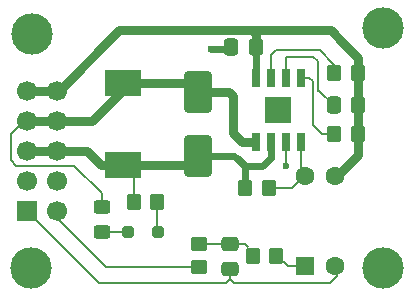
<source format=gbr>
%TF.GenerationSoftware,KiCad,Pcbnew,9.0.3*%
%TF.CreationDate,2025-07-11T14:37:00-05:00*%
%TF.ProjectId,drvplugin,64727670-6c75-4676-996e-2e6b69636164,rev?*%
%TF.SameCoordinates,Original*%
%TF.FileFunction,Copper,L1,Top*%
%TF.FilePolarity,Positive*%
%FSLAX46Y46*%
G04 Gerber Fmt 4.6, Leading zero omitted, Abs format (unit mm)*
G04 Created by KiCad (PCBNEW 9.0.3) date 2025-07-11 14:37:00*
%MOMM*%
%LPD*%
G01*
G04 APERTURE LIST*
G04 Aperture macros list*
%AMRoundRect*
0 Rectangle with rounded corners*
0 $1 Rounding radius*
0 $2 $3 $4 $5 $6 $7 $8 $9 X,Y pos of 4 corners*
0 Add a 4 corners polygon primitive as box body*
4,1,4,$2,$3,$4,$5,$6,$7,$8,$9,$2,$3,0*
0 Add four circle primitives for the rounded corners*
1,1,$1+$1,$2,$3*
1,1,$1+$1,$4,$5*
1,1,$1+$1,$6,$7*
1,1,$1+$1,$8,$9*
0 Add four rect primitives between the rounded corners*
20,1,$1+$1,$2,$3,$4,$5,0*
20,1,$1+$1,$4,$5,$6,$7,0*
20,1,$1+$1,$6,$7,$8,$9,0*
20,1,$1+$1,$8,$9,$2,$3,0*%
G04 Aperture macros list end*
%TA.AperFunction,Conductor*%
%ADD10C,0.200000*%
%TD*%
%TA.AperFunction,SMDPad,CuDef*%
%ADD11RoundRect,0.250000X-0.350000X-0.450000X0.350000X-0.450000X0.350000X0.450000X-0.350000X0.450000X0*%
%TD*%
%TA.AperFunction,ComponentPad*%
%ADD12C,2.600000*%
%TD*%
%TA.AperFunction,ConnectorPad*%
%ADD13C,3.500000*%
%TD*%
%TA.AperFunction,SMDPad,CuDef*%
%ADD14RoundRect,0.250000X-0.475000X0.337500X-0.475000X-0.337500X0.475000X-0.337500X0.475000X0.337500X0*%
%TD*%
%TA.AperFunction,SMDPad,CuDef*%
%ADD15R,0.650000X1.525000*%
%TD*%
%TA.AperFunction,SMDPad,CuDef*%
%ADD16R,2.280000X2.280000*%
%TD*%
%TA.AperFunction,SMDPad,CuDef*%
%ADD17RoundRect,0.250000X-0.450000X0.350000X-0.450000X-0.350000X0.450000X-0.350000X0.450000X0.350000X0*%
%TD*%
%TA.AperFunction,SMDPad,CuDef*%
%ADD18R,3.050000X2.200000*%
%TD*%
%TA.AperFunction,SMDPad,CuDef*%
%ADD19RoundRect,0.250000X0.350000X0.450000X-0.350000X0.450000X-0.350000X-0.450000X0.350000X-0.450000X0*%
%TD*%
%TA.AperFunction,ComponentPad*%
%ADD20RoundRect,0.250000X0.550000X-0.550000X0.550000X0.550000X-0.550000X0.550000X-0.550000X-0.550000X0*%
%TD*%
%TA.AperFunction,ComponentPad*%
%ADD21C,1.600000*%
%TD*%
%TA.AperFunction,SMDPad,CuDef*%
%ADD22RoundRect,0.250000X-0.900000X1.500000X-0.900000X-1.500000X0.900000X-1.500000X0.900000X1.500000X0*%
%TD*%
%TA.AperFunction,SMDPad,CuDef*%
%ADD23RoundRect,0.250000X-0.250000X-0.250000X0.250000X-0.250000X0.250000X0.250000X-0.250000X0.250000X0*%
%TD*%
%TA.AperFunction,SMDPad,CuDef*%
%ADD24RoundRect,0.250000X-0.337500X-0.475000X0.337500X-0.475000X0.337500X0.475000X-0.337500X0.475000X0*%
%TD*%
%TA.AperFunction,SMDPad,CuDef*%
%ADD25RoundRect,0.250000X-0.450000X0.325000X-0.450000X-0.325000X0.450000X-0.325000X0.450000X0.325000X0*%
%TD*%
%TA.AperFunction,SMDPad,CuDef*%
%ADD26RoundRect,0.250000X0.337500X0.475000X-0.337500X0.475000X-0.337500X-0.475000X0.337500X-0.475000X0*%
%TD*%
%TA.AperFunction,ComponentPad*%
%ADD27R,1.700000X1.700000*%
%TD*%
%TA.AperFunction,ComponentPad*%
%ADD28C,1.700000*%
%TD*%
%TA.AperFunction,ViaPad*%
%ADD29C,0.600000*%
%TD*%
%TA.AperFunction,Conductor*%
%ADD30C,0.800000*%
%TD*%
%TA.AperFunction,Conductor*%
%ADD31C,0.600000*%
%TD*%
G04 APERTURE END LIST*
D10*
%TO.N,Net-(C1-Pad1)*%
X53975000Y-62805000D02*
X56825000Y-62805000D01*
%TD*%
D11*
%TO.P,R6,1*%
%TO.N,Net-(U2-DUTY_CYCLE_ADJ)*%
X65478000Y-53500000D03*
%TO.P,R6,2*%
%TO.N,GND1*%
X67478000Y-53500000D03*
%TD*%
D12*
%TO.P,REF\u002A\u002A,1*%
%TO.N,N/C*%
X69600000Y-64850000D03*
D13*
X69600000Y-64850000D03*
%TD*%
D14*
%TO.P,C1,1*%
%TO.N,Net-(C1-Pad1)*%
X56625000Y-62867500D03*
%TO.P,C1,2*%
%TO.N,GND*%
X56625000Y-64942500D03*
%TD*%
D15*
%TO.P,U2,1,DUTY_CYCLE_ADJ*%
%TO.N,Net-(U2-DUTY_CYCLE_ADJ)*%
X62635000Y-48754000D03*
%TO.P,U2,2,DELAY_ADJ*%
%TO.N,Net-(U2-DELAY_ADJ)*%
X61365000Y-48754000D03*
%TO.P,U2,3,OSC_FREQ_ADJ*%
%TO.N,Net-(U2-OSC_FREQ_ADJ)*%
X60095000Y-48754000D03*
%TO.P,U2,4,GND*%
%TO.N,GND1*%
X58825000Y-48754000D03*
%TO.P,U2,5,OUT*%
%TO.N,/OUT*%
X58825000Y-54178000D03*
%TO.P,U2,6,+VS*%
%TO.N,+12V*%
X60095000Y-54178000D03*
%TO.P,U2,7,STATUS_OK_FLAG*%
%TO.N,/FAIL*%
X61365000Y-54178000D03*
%TO.P,U2,8,INPUT*%
%TO.N,Net-(U2-INPUT)*%
X62635000Y-54178000D03*
D16*
%TO.P,U2,9,EP*%
%TO.N,unconnected-(U2-EP-Pad9)*%
X60730000Y-51466000D03*
%TD*%
D11*
%TO.P,R2,1*%
%TO.N,+12V*%
X48500000Y-59300000D03*
%TO.P,R2,2*%
%TO.N,Net-(D1-A)*%
X50500000Y-59300000D03*
%TD*%
D17*
%TO.P,R1,1*%
%TO.N,Net-(C1-Pad1)*%
X53975000Y-62805000D03*
%TO.P,R1,2*%
%TO.N,/GPIO*%
X53975000Y-64805000D03*
%TD*%
D12*
%TO.P,REF\u002A\u002A,1*%
%TO.N,N/C*%
X69600000Y-44550000D03*
D13*
X69600000Y-44550000D03*
%TD*%
D18*
%TO.P,D2,1,K*%
%TO.N,/OUT*%
X47580000Y-49191000D03*
%TO.P,D2,2,A*%
%TO.N,+12V*%
X47580000Y-56191000D03*
%TD*%
D11*
%TO.P,R5,1*%
%TO.N,Net-(U2-OSC_FREQ_ADJ)*%
X65478000Y-48400000D03*
%TO.P,R5,2*%
%TO.N,GND1*%
X67478000Y-48400000D03*
%TD*%
D12*
%TO.P,REF\u002A\u002A,1*%
%TO.N,N/C*%
X39850000Y-45050000D03*
D13*
X39850000Y-45050000D03*
%TD*%
D19*
%TO.P,R3,1*%
%TO.N,Net-(R3-Pad1)*%
X60575000Y-63855000D03*
%TO.P,R3,2*%
%TO.N,Net-(C1-Pad1)*%
X58575000Y-63855000D03*
%TD*%
D20*
%TO.P,U1,1*%
%TO.N,Net-(R3-Pad1)*%
X63000000Y-64720000D03*
D21*
%TO.P,U1,2*%
%TO.N,GND*%
X65540000Y-64720000D03*
%TO.P,U1,3*%
%TO.N,GND1*%
X65540000Y-57100000D03*
%TO.P,U1,4*%
%TO.N,Net-(U2-INPUT)*%
X63000000Y-57100000D03*
%TD*%
D22*
%TO.P,TVS1,1,K*%
%TO.N,/OUT*%
X53955000Y-49964000D03*
%TO.P,TVS1,2,A*%
%TO.N,+12V*%
X53955000Y-55364000D03*
%TD*%
D23*
%TO.P,D1,1,K*%
%TO.N,Net-(D1-K)*%
X48025000Y-61800000D03*
%TO.P,D1,2,A*%
%TO.N,Net-(D1-A)*%
X50525000Y-61800000D03*
%TD*%
D24*
%TO.P,C2,1*%
%TO.N,+12V*%
X56762500Y-46200000D03*
%TO.P,C2,2*%
%TO.N,GND1*%
X58837500Y-46200000D03*
%TD*%
D11*
%TO.P,R4,1*%
%TO.N,+12V*%
X57950000Y-58100000D03*
%TO.P,R4,2*%
%TO.N,Net-(U2-INPUT)*%
X59950000Y-58100000D03*
%TD*%
D25*
%TO.P,LED1,1,K*%
%TO.N,/OUT*%
X45800000Y-59750000D03*
%TO.P,LED1,2,A*%
%TO.N,Net-(D1-K)*%
X45800000Y-61800000D03*
%TD*%
D12*
%TO.P,REF\u002A\u002A,1*%
%TO.N,N/C*%
X39800000Y-64900000D03*
D13*
X39800000Y-64900000D03*
%TD*%
D26*
%TO.P,C3,1*%
%TO.N,GND1*%
X67485500Y-51100000D03*
%TO.P,C3,2*%
%TO.N,Net-(U2-DELAY_ADJ)*%
X65410500Y-51100000D03*
%TD*%
D27*
%TO.P,J1,1,Pin_1*%
%TO.N,GND*%
X39425000Y-60030000D03*
D28*
%TO.P,J1,2,Pin_2*%
%TO.N,/GPIO*%
X41965000Y-60030000D03*
%TO.P,J1,3,Pin_3*%
%TO.N,unconnected-(J1-Pin_3-Pad3)*%
X39425000Y-57490000D03*
%TO.P,J1,4,Pin_4*%
%TO.N,/FAIL*%
X41965000Y-57490000D03*
%TO.P,J1,5,Pin_5*%
%TO.N,+12V*%
X39425000Y-54950000D03*
%TO.P,J1,6,Pin_6*%
X41965000Y-54950000D03*
%TO.P,J1,7,Pin_7*%
%TO.N,/OUT*%
X39425000Y-52410000D03*
%TO.P,J1,8,Pin_8*%
X41965000Y-52410000D03*
%TO.P,J1,9,Pin_9*%
%TO.N,GND1*%
X39425000Y-49870000D03*
%TO.P,J1,10,Pin_10*%
X41965000Y-49870000D03*
%TD*%
D29*
%TO.N,GND1*%
X67425000Y-55375000D03*
X66325000Y-45925000D03*
X47450000Y-44750000D03*
X58850000Y-44750000D03*
%TO.N,+12V*%
X57375000Y-55625000D03*
X55050000Y-46300000D03*
%TO.N,/FAIL*%
X61350000Y-56250000D03*
%TD*%
D10*
%TO.N,Net-(U2-DELAY_ADJ)*%
X61365000Y-46981000D02*
X61365000Y-48754000D01*
X61375000Y-46991000D02*
X63680000Y-46991000D01*
X64080000Y-49841000D02*
X64105000Y-49866000D01*
X63680000Y-46991000D02*
X64080000Y-47391000D01*
X64105000Y-49866000D02*
X64176500Y-49866000D01*
X61365000Y-46981000D02*
X61375000Y-46991000D01*
X64080000Y-47391000D02*
X64080000Y-49841000D01*
X64176500Y-49866000D02*
X65410500Y-51100000D01*
%TO.N,Net-(D1-A)*%
X50500000Y-59300000D02*
X50500000Y-61650000D01*
%TO.N,Net-(D1-K)*%
X45800000Y-61800000D02*
X47875000Y-61800000D01*
D30*
%TO.N,GND1*%
X42125000Y-49870000D02*
X39585000Y-49870000D01*
X58850000Y-44750000D02*
X65150000Y-44750000D01*
X66325000Y-45925000D02*
X67478000Y-47078000D01*
X67478000Y-47078000D02*
X67478000Y-55322000D01*
X58500000Y-44750000D02*
X47450000Y-44750000D01*
X57950000Y-44750000D02*
X58850000Y-44750000D01*
X47450000Y-44750000D02*
X47245000Y-44750000D01*
D31*
X58825000Y-48754000D02*
X58825000Y-46212500D01*
D30*
X47245000Y-44750000D02*
X42125000Y-49870000D01*
X58837500Y-45087500D02*
X58500000Y-44750000D01*
X65150000Y-44750000D02*
X66325000Y-45925000D01*
X58837500Y-46200000D02*
X58837500Y-45087500D01*
X67425000Y-55375000D02*
X65715000Y-57085000D01*
X67478000Y-55322000D02*
X67425000Y-55375000D01*
D10*
%TO.N,Net-(R3-Pad1)*%
X60655000Y-63855000D02*
X61520000Y-64720000D01*
X61520000Y-64720000D02*
X63000000Y-64720000D01*
%TO.N,Net-(C1-Pad1)*%
X57937500Y-62867500D02*
X58175000Y-63105000D01*
X56625000Y-62867500D02*
X57937500Y-62867500D01*
%TO.N,Net-(U2-INPUT)*%
X61850000Y-58100000D02*
X59950000Y-58100000D01*
X63045000Y-56905000D02*
X62635000Y-56495000D01*
X62635000Y-56495000D02*
X62635000Y-54178000D01*
X63045000Y-56905000D02*
X61850000Y-58100000D01*
%TO.N,GND*%
X56955000Y-66155000D02*
X56625000Y-65825000D01*
X45545000Y-66150000D02*
X56300000Y-66150000D01*
X39585000Y-60190000D02*
X45545000Y-66150000D01*
X56300000Y-66150000D02*
X56625000Y-65825000D01*
X56625000Y-65825000D02*
X56625000Y-64942500D01*
X65715000Y-64705000D02*
X65715000Y-65535000D01*
X65095000Y-66155000D02*
X56955000Y-66155000D01*
X65715000Y-65535000D02*
X65095000Y-66155000D01*
%TO.N,Net-(U2-OSC_FREQ_ADJ)*%
X64228000Y-46450000D02*
X60500000Y-46450000D01*
X60095000Y-46855000D02*
X60095000Y-48754000D01*
X65478000Y-47700000D02*
X64228000Y-46450000D01*
X60500000Y-46450000D02*
X60095000Y-46855000D01*
X65478000Y-48400000D02*
X65478000Y-47700000D01*
D31*
%TO.N,+12V*%
X60095000Y-55540500D02*
X60095000Y-54178000D01*
D30*
X47580000Y-56191000D02*
X49650000Y-56191000D01*
X49650000Y-56191000D02*
X53128000Y-56191000D01*
D31*
X59385500Y-56250000D02*
X60095000Y-55540500D01*
X55050000Y-46300000D02*
X56662500Y-46300000D01*
X58000000Y-56250000D02*
X59385500Y-56250000D01*
D30*
X53128000Y-56191000D02*
X53955000Y-55364000D01*
X45741000Y-56191000D02*
X44500000Y-54950000D01*
D31*
X53955000Y-55364000D02*
X57014000Y-55364000D01*
X57875000Y-56125000D02*
X57875000Y-56225000D01*
X57375000Y-55625000D02*
X57875000Y-56125000D01*
D10*
X48500000Y-59300000D02*
X48500000Y-56721000D01*
D31*
X57375000Y-55625000D02*
X58000000Y-56250000D01*
X57014000Y-55364000D02*
X57875000Y-56225000D01*
X57875000Y-56225000D02*
X57875000Y-57525000D01*
D30*
X44500000Y-54950000D02*
X39585000Y-54950000D01*
X49650000Y-56191000D02*
X45741000Y-56191000D01*
%TO.N,/OUT*%
X56930000Y-53416000D02*
X56930000Y-50316000D01*
D10*
X39190000Y-52410000D02*
X38100000Y-53500000D01*
D30*
X56578000Y-49964000D02*
X53955000Y-49964000D01*
X49500000Y-49191000D02*
X48209000Y-49191000D01*
X53182000Y-49191000D02*
X53955000Y-49964000D01*
D10*
X43450000Y-56200000D02*
X45800000Y-58550000D01*
X38100000Y-55750000D02*
X38550000Y-56200000D01*
X38100000Y-53500000D02*
X38100000Y-55750000D01*
D30*
X58372000Y-54178000D02*
X57692000Y-54178000D01*
X48209000Y-49191000D02*
X44990000Y-52410000D01*
D10*
X38550000Y-56200000D02*
X43450000Y-56200000D01*
D30*
X56930000Y-50316000D02*
X56578000Y-49964000D01*
X49500000Y-49191000D02*
X53182000Y-49191000D01*
D10*
X45800000Y-58550000D02*
X45800000Y-59750000D01*
D30*
X58372000Y-54178000D02*
X58375000Y-54175000D01*
X44990000Y-52410000D02*
X39585000Y-52410000D01*
X57692000Y-54178000D02*
X56930000Y-53416000D01*
X47580000Y-49191000D02*
X49500000Y-49191000D01*
D10*
%TO.N,/FAIL*%
X61365000Y-54178000D02*
X61365000Y-56235000D01*
X61365000Y-56235000D02*
X61350000Y-56250000D01*
%TO.N,/GPIO*%
X42125000Y-60775000D02*
X46155000Y-64805000D01*
X46155000Y-64805000D02*
X53975000Y-64805000D01*
%TO.N,Net-(U2-DUTY_CYCLE_ADJ)*%
X64400000Y-53500000D02*
X65478000Y-53500000D01*
X63650000Y-52750000D02*
X64400000Y-53500000D01*
X62635000Y-48754000D02*
X63354000Y-48754000D01*
X63650000Y-49050000D02*
X63650000Y-52750000D01*
X63354000Y-48754000D02*
X63650000Y-49050000D01*
%TD*%
M02*

</source>
